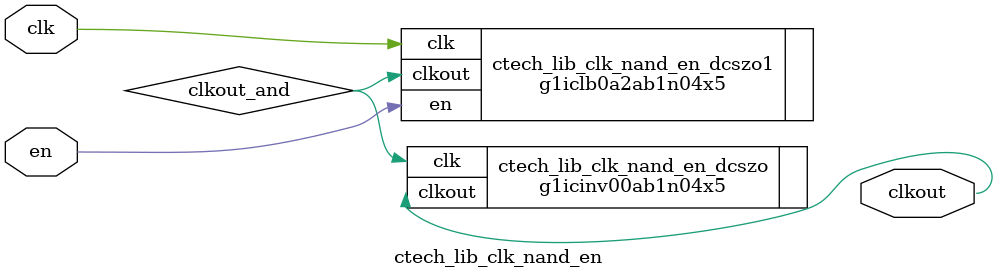
<source format=sv>

module ctech_lib_clk_nand_en (
   input logic clk,
   input logic en,
   output logic clkout );

   logic 	clkout_and;
   g1iclb0a2ab1n04x5 ctech_lib_clk_nand_en_dcszo1 (.clk(clk),.en(en),.clkout(clkout_and));
   g1icinv00ab1n04x5 ctech_lib_clk_nand_en_dcszo (.clk(clkout_and), .clkout(clkout));

endmodule // ctech_lib_clk_nand_en

</source>
